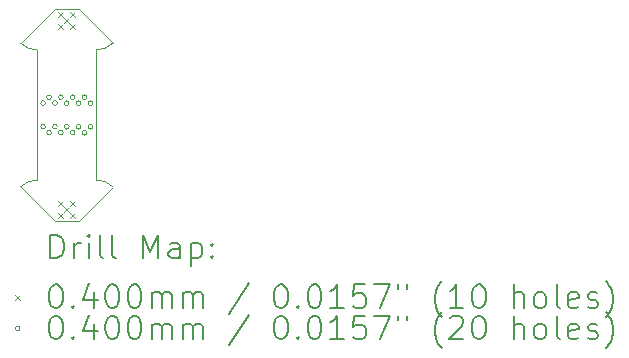
<source format=gbr>
%TF.GenerationSoftware,KiCad,Pcbnew,6.0.11+dfsg-1*%
%TF.CreationDate,2023-06-30T12:30:54+02:00*%
%TF.ProjectId,pcb-connector,7063622d-636f-46e6-9e65-63746f722e6b,2*%
%TF.SameCoordinates,Original*%
%TF.FileFunction,Drillmap*%
%TF.FilePolarity,Positive*%
%FSLAX45Y45*%
G04 Gerber Fmt 4.5, Leading zero omitted, Abs format (unit mm)*
G04 Created by KiCad (PCBNEW 6.0.11+dfsg-1) date 2023-06-30 12:30:54*
%MOMM*%
%LPD*%
G01*
G04 APERTURE LIST*
%ADD10C,0.100000*%
%ADD11C,0.200000*%
%ADD12C,0.040000*%
G04 APERTURE END LIST*
D10*
X15141421Y-8858579D02*
G75*
G03*
X15000000Y-8800000I-141421J-141421D01*
G01*
X15000000Y-7700000D02*
G75*
G03*
X15141421Y-7641421I0J200000D01*
G01*
X14500000Y-7950000D02*
X14500000Y-8550000D01*
X14650000Y-7350000D02*
X14358579Y-7641421D01*
X14850000Y-7350000D02*
X14650000Y-7350000D01*
X14358579Y-8858579D02*
X14650000Y-9150000D01*
X15000000Y-7700000D02*
X15000000Y-8800000D01*
X14500000Y-8550000D02*
X14500000Y-8800000D01*
X14500000Y-8800000D02*
G75*
G03*
X14358579Y-8858579I0J-200000D01*
G01*
X14850000Y-9150000D02*
X15141421Y-8858579D01*
X14500000Y-7700000D02*
X14500000Y-7950000D01*
X14650000Y-9150000D02*
X14850000Y-9150000D01*
X14358579Y-7641421D02*
G75*
G03*
X14500000Y-7700000I141421J141421D01*
G01*
X15141421Y-7641421D02*
X14850000Y-7350000D01*
D11*
D12*
X14680000Y-7380000D02*
X14720000Y-7420000D01*
X14720000Y-7380000D02*
X14680000Y-7420000D01*
X14680000Y-7480000D02*
X14720000Y-7520000D01*
X14720000Y-7480000D02*
X14680000Y-7520000D01*
X14680000Y-8980000D02*
X14720000Y-9020000D01*
X14720000Y-8980000D02*
X14680000Y-9020000D01*
X14680000Y-9080000D02*
X14720000Y-9120000D01*
X14720000Y-9080000D02*
X14680000Y-9120000D01*
X14730000Y-7430000D02*
X14770000Y-7470000D01*
X14770000Y-7430000D02*
X14730000Y-7470000D01*
X14730000Y-9030000D02*
X14770000Y-9070000D01*
X14770000Y-9030000D02*
X14730000Y-9070000D01*
X14780000Y-7380000D02*
X14820000Y-7420000D01*
X14820000Y-7380000D02*
X14780000Y-7420000D01*
X14780000Y-7480000D02*
X14820000Y-7520000D01*
X14820000Y-7480000D02*
X14780000Y-7520000D01*
X14780000Y-8980000D02*
X14820000Y-9020000D01*
X14820000Y-8980000D02*
X14780000Y-9020000D01*
X14780000Y-9080000D02*
X14820000Y-9120000D01*
X14820000Y-9080000D02*
X14780000Y-9120000D01*
X14570000Y-8150000D02*
G75*
G03*
X14570000Y-8150000I-20000J0D01*
G01*
X14570000Y-8350000D02*
G75*
G03*
X14570000Y-8350000I-20000J0D01*
G01*
X14620000Y-8100000D02*
G75*
G03*
X14620000Y-8100000I-20000J0D01*
G01*
X14620000Y-8400000D02*
G75*
G03*
X14620000Y-8400000I-20000J0D01*
G01*
X14670000Y-8150000D02*
G75*
G03*
X14670000Y-8150000I-20000J0D01*
G01*
X14670000Y-8350000D02*
G75*
G03*
X14670000Y-8350000I-20000J0D01*
G01*
X14720000Y-8100000D02*
G75*
G03*
X14720000Y-8100000I-20000J0D01*
G01*
X14720000Y-8400000D02*
G75*
G03*
X14720000Y-8400000I-20000J0D01*
G01*
X14770000Y-8150000D02*
G75*
G03*
X14770000Y-8150000I-20000J0D01*
G01*
X14770000Y-8150000D02*
G75*
G03*
X14770000Y-8150000I-20000J0D01*
G01*
X14770000Y-8350000D02*
G75*
G03*
X14770000Y-8350000I-20000J0D01*
G01*
X14770000Y-8350000D02*
G75*
G03*
X14770000Y-8350000I-20000J0D01*
G01*
X14820000Y-8100000D02*
G75*
G03*
X14820000Y-8100000I-20000J0D01*
G01*
X14820000Y-8400000D02*
G75*
G03*
X14820000Y-8400000I-20000J0D01*
G01*
X14870000Y-8150000D02*
G75*
G03*
X14870000Y-8150000I-20000J0D01*
G01*
X14870000Y-8350000D02*
G75*
G03*
X14870000Y-8350000I-20000J0D01*
G01*
X14920000Y-8100000D02*
G75*
G03*
X14920000Y-8100000I-20000J0D01*
G01*
X14920000Y-8400000D02*
G75*
G03*
X14920000Y-8400000I-20000J0D01*
G01*
X14970000Y-8150000D02*
G75*
G03*
X14970000Y-8150000I-20000J0D01*
G01*
X14970000Y-8350000D02*
G75*
G03*
X14970000Y-8350000I-20000J0D01*
G01*
D11*
X14611198Y-9465476D02*
X14611198Y-9265476D01*
X14658817Y-9265476D01*
X14687388Y-9275000D01*
X14706436Y-9294048D01*
X14715959Y-9313095D01*
X14725483Y-9351190D01*
X14725483Y-9379762D01*
X14715959Y-9417857D01*
X14706436Y-9436905D01*
X14687388Y-9455952D01*
X14658817Y-9465476D01*
X14611198Y-9465476D01*
X14811198Y-9465476D02*
X14811198Y-9332143D01*
X14811198Y-9370238D02*
X14820721Y-9351190D01*
X14830245Y-9341667D01*
X14849293Y-9332143D01*
X14868340Y-9332143D01*
X14935007Y-9465476D02*
X14935007Y-9332143D01*
X14935007Y-9265476D02*
X14925483Y-9275000D01*
X14935007Y-9284524D01*
X14944531Y-9275000D01*
X14935007Y-9265476D01*
X14935007Y-9284524D01*
X15058817Y-9465476D02*
X15039769Y-9455952D01*
X15030245Y-9436905D01*
X15030245Y-9265476D01*
X15163579Y-9465476D02*
X15144531Y-9455952D01*
X15135007Y-9436905D01*
X15135007Y-9265476D01*
X15392150Y-9465476D02*
X15392150Y-9265476D01*
X15458817Y-9408333D01*
X15525483Y-9265476D01*
X15525483Y-9465476D01*
X15706436Y-9465476D02*
X15706436Y-9360714D01*
X15696912Y-9341667D01*
X15677864Y-9332143D01*
X15639769Y-9332143D01*
X15620721Y-9341667D01*
X15706436Y-9455952D02*
X15687388Y-9465476D01*
X15639769Y-9465476D01*
X15620721Y-9455952D01*
X15611198Y-9436905D01*
X15611198Y-9417857D01*
X15620721Y-9398810D01*
X15639769Y-9389286D01*
X15687388Y-9389286D01*
X15706436Y-9379762D01*
X15801674Y-9332143D02*
X15801674Y-9532143D01*
X15801674Y-9341667D02*
X15820721Y-9332143D01*
X15858817Y-9332143D01*
X15877864Y-9341667D01*
X15887388Y-9351190D01*
X15896912Y-9370238D01*
X15896912Y-9427381D01*
X15887388Y-9446429D01*
X15877864Y-9455952D01*
X15858817Y-9465476D01*
X15820721Y-9465476D01*
X15801674Y-9455952D01*
X15982626Y-9446429D02*
X15992150Y-9455952D01*
X15982626Y-9465476D01*
X15973102Y-9455952D01*
X15982626Y-9446429D01*
X15982626Y-9465476D01*
X15982626Y-9341667D02*
X15992150Y-9351190D01*
X15982626Y-9360714D01*
X15973102Y-9351190D01*
X15982626Y-9341667D01*
X15982626Y-9360714D01*
D12*
X14313579Y-9775000D02*
X14353579Y-9815000D01*
X14353579Y-9775000D02*
X14313579Y-9815000D01*
D11*
X14649293Y-9685476D02*
X14668340Y-9685476D01*
X14687388Y-9695000D01*
X14696912Y-9704524D01*
X14706436Y-9723571D01*
X14715959Y-9761667D01*
X14715959Y-9809286D01*
X14706436Y-9847381D01*
X14696912Y-9866429D01*
X14687388Y-9875952D01*
X14668340Y-9885476D01*
X14649293Y-9885476D01*
X14630245Y-9875952D01*
X14620721Y-9866429D01*
X14611198Y-9847381D01*
X14601674Y-9809286D01*
X14601674Y-9761667D01*
X14611198Y-9723571D01*
X14620721Y-9704524D01*
X14630245Y-9695000D01*
X14649293Y-9685476D01*
X14801674Y-9866429D02*
X14811198Y-9875952D01*
X14801674Y-9885476D01*
X14792150Y-9875952D01*
X14801674Y-9866429D01*
X14801674Y-9885476D01*
X14982626Y-9752143D02*
X14982626Y-9885476D01*
X14935007Y-9675952D02*
X14887388Y-9818810D01*
X15011198Y-9818810D01*
X15125483Y-9685476D02*
X15144531Y-9685476D01*
X15163579Y-9695000D01*
X15173102Y-9704524D01*
X15182626Y-9723571D01*
X15192150Y-9761667D01*
X15192150Y-9809286D01*
X15182626Y-9847381D01*
X15173102Y-9866429D01*
X15163579Y-9875952D01*
X15144531Y-9885476D01*
X15125483Y-9885476D01*
X15106436Y-9875952D01*
X15096912Y-9866429D01*
X15087388Y-9847381D01*
X15077864Y-9809286D01*
X15077864Y-9761667D01*
X15087388Y-9723571D01*
X15096912Y-9704524D01*
X15106436Y-9695000D01*
X15125483Y-9685476D01*
X15315959Y-9685476D02*
X15335007Y-9685476D01*
X15354055Y-9695000D01*
X15363579Y-9704524D01*
X15373102Y-9723571D01*
X15382626Y-9761667D01*
X15382626Y-9809286D01*
X15373102Y-9847381D01*
X15363579Y-9866429D01*
X15354055Y-9875952D01*
X15335007Y-9885476D01*
X15315959Y-9885476D01*
X15296912Y-9875952D01*
X15287388Y-9866429D01*
X15277864Y-9847381D01*
X15268340Y-9809286D01*
X15268340Y-9761667D01*
X15277864Y-9723571D01*
X15287388Y-9704524D01*
X15296912Y-9695000D01*
X15315959Y-9685476D01*
X15468340Y-9885476D02*
X15468340Y-9752143D01*
X15468340Y-9771190D02*
X15477864Y-9761667D01*
X15496912Y-9752143D01*
X15525483Y-9752143D01*
X15544531Y-9761667D01*
X15554055Y-9780714D01*
X15554055Y-9885476D01*
X15554055Y-9780714D02*
X15563579Y-9761667D01*
X15582626Y-9752143D01*
X15611198Y-9752143D01*
X15630245Y-9761667D01*
X15639769Y-9780714D01*
X15639769Y-9885476D01*
X15735007Y-9885476D02*
X15735007Y-9752143D01*
X15735007Y-9771190D02*
X15744531Y-9761667D01*
X15763579Y-9752143D01*
X15792150Y-9752143D01*
X15811198Y-9761667D01*
X15820721Y-9780714D01*
X15820721Y-9885476D01*
X15820721Y-9780714D02*
X15830245Y-9761667D01*
X15849293Y-9752143D01*
X15877864Y-9752143D01*
X15896912Y-9761667D01*
X15906436Y-9780714D01*
X15906436Y-9885476D01*
X16296912Y-9675952D02*
X16125483Y-9933095D01*
X16554055Y-9685476D02*
X16573102Y-9685476D01*
X16592150Y-9695000D01*
X16601674Y-9704524D01*
X16611198Y-9723571D01*
X16620721Y-9761667D01*
X16620721Y-9809286D01*
X16611198Y-9847381D01*
X16601674Y-9866429D01*
X16592150Y-9875952D01*
X16573102Y-9885476D01*
X16554055Y-9885476D01*
X16535007Y-9875952D01*
X16525483Y-9866429D01*
X16515959Y-9847381D01*
X16506436Y-9809286D01*
X16506436Y-9761667D01*
X16515959Y-9723571D01*
X16525483Y-9704524D01*
X16535007Y-9695000D01*
X16554055Y-9685476D01*
X16706436Y-9866429D02*
X16715959Y-9875952D01*
X16706436Y-9885476D01*
X16696912Y-9875952D01*
X16706436Y-9866429D01*
X16706436Y-9885476D01*
X16839769Y-9685476D02*
X16858817Y-9685476D01*
X16877864Y-9695000D01*
X16887388Y-9704524D01*
X16896912Y-9723571D01*
X16906436Y-9761667D01*
X16906436Y-9809286D01*
X16896912Y-9847381D01*
X16887388Y-9866429D01*
X16877864Y-9875952D01*
X16858817Y-9885476D01*
X16839769Y-9885476D01*
X16820721Y-9875952D01*
X16811198Y-9866429D01*
X16801674Y-9847381D01*
X16792150Y-9809286D01*
X16792150Y-9761667D01*
X16801674Y-9723571D01*
X16811198Y-9704524D01*
X16820721Y-9695000D01*
X16839769Y-9685476D01*
X17096912Y-9885476D02*
X16982626Y-9885476D01*
X17039769Y-9885476D02*
X17039769Y-9685476D01*
X17020721Y-9714048D01*
X17001674Y-9733095D01*
X16982626Y-9742619D01*
X17277864Y-9685476D02*
X17182626Y-9685476D01*
X17173102Y-9780714D01*
X17182626Y-9771190D01*
X17201674Y-9761667D01*
X17249293Y-9761667D01*
X17268341Y-9771190D01*
X17277864Y-9780714D01*
X17287388Y-9799762D01*
X17287388Y-9847381D01*
X17277864Y-9866429D01*
X17268341Y-9875952D01*
X17249293Y-9885476D01*
X17201674Y-9885476D01*
X17182626Y-9875952D01*
X17173102Y-9866429D01*
X17354055Y-9685476D02*
X17487388Y-9685476D01*
X17401674Y-9885476D01*
X17554055Y-9685476D02*
X17554055Y-9723571D01*
X17630245Y-9685476D02*
X17630245Y-9723571D01*
X17925483Y-9961667D02*
X17915960Y-9952143D01*
X17896912Y-9923571D01*
X17887388Y-9904524D01*
X17877864Y-9875952D01*
X17868341Y-9828333D01*
X17868341Y-9790238D01*
X17877864Y-9742619D01*
X17887388Y-9714048D01*
X17896912Y-9695000D01*
X17915960Y-9666429D01*
X17925483Y-9656905D01*
X18106436Y-9885476D02*
X17992150Y-9885476D01*
X18049293Y-9885476D02*
X18049293Y-9685476D01*
X18030245Y-9714048D01*
X18011198Y-9733095D01*
X17992150Y-9742619D01*
X18230245Y-9685476D02*
X18249293Y-9685476D01*
X18268341Y-9695000D01*
X18277864Y-9704524D01*
X18287388Y-9723571D01*
X18296912Y-9761667D01*
X18296912Y-9809286D01*
X18287388Y-9847381D01*
X18277864Y-9866429D01*
X18268341Y-9875952D01*
X18249293Y-9885476D01*
X18230245Y-9885476D01*
X18211198Y-9875952D01*
X18201674Y-9866429D01*
X18192150Y-9847381D01*
X18182626Y-9809286D01*
X18182626Y-9761667D01*
X18192150Y-9723571D01*
X18201674Y-9704524D01*
X18211198Y-9695000D01*
X18230245Y-9685476D01*
X18535007Y-9885476D02*
X18535007Y-9685476D01*
X18620721Y-9885476D02*
X18620721Y-9780714D01*
X18611198Y-9761667D01*
X18592150Y-9752143D01*
X18563579Y-9752143D01*
X18544531Y-9761667D01*
X18535007Y-9771190D01*
X18744531Y-9885476D02*
X18725483Y-9875952D01*
X18715960Y-9866429D01*
X18706436Y-9847381D01*
X18706436Y-9790238D01*
X18715960Y-9771190D01*
X18725483Y-9761667D01*
X18744531Y-9752143D01*
X18773102Y-9752143D01*
X18792150Y-9761667D01*
X18801674Y-9771190D01*
X18811198Y-9790238D01*
X18811198Y-9847381D01*
X18801674Y-9866429D01*
X18792150Y-9875952D01*
X18773102Y-9885476D01*
X18744531Y-9885476D01*
X18925483Y-9885476D02*
X18906436Y-9875952D01*
X18896912Y-9856905D01*
X18896912Y-9685476D01*
X19077864Y-9875952D02*
X19058817Y-9885476D01*
X19020721Y-9885476D01*
X19001674Y-9875952D01*
X18992150Y-9856905D01*
X18992150Y-9780714D01*
X19001674Y-9761667D01*
X19020721Y-9752143D01*
X19058817Y-9752143D01*
X19077864Y-9761667D01*
X19087388Y-9780714D01*
X19087388Y-9799762D01*
X18992150Y-9818810D01*
X19163579Y-9875952D02*
X19182626Y-9885476D01*
X19220721Y-9885476D01*
X19239769Y-9875952D01*
X19249293Y-9856905D01*
X19249293Y-9847381D01*
X19239769Y-9828333D01*
X19220721Y-9818810D01*
X19192150Y-9818810D01*
X19173102Y-9809286D01*
X19163579Y-9790238D01*
X19163579Y-9780714D01*
X19173102Y-9761667D01*
X19192150Y-9752143D01*
X19220721Y-9752143D01*
X19239769Y-9761667D01*
X19315960Y-9961667D02*
X19325483Y-9952143D01*
X19344531Y-9923571D01*
X19354055Y-9904524D01*
X19363579Y-9875952D01*
X19373102Y-9828333D01*
X19373102Y-9790238D01*
X19363579Y-9742619D01*
X19354055Y-9714048D01*
X19344531Y-9695000D01*
X19325483Y-9666429D01*
X19315960Y-9656905D01*
D12*
X14353579Y-10059000D02*
G75*
G03*
X14353579Y-10059000I-20000J0D01*
G01*
D11*
X14649293Y-9949476D02*
X14668340Y-9949476D01*
X14687388Y-9959000D01*
X14696912Y-9968524D01*
X14706436Y-9987571D01*
X14715959Y-10025667D01*
X14715959Y-10073286D01*
X14706436Y-10111381D01*
X14696912Y-10130429D01*
X14687388Y-10139952D01*
X14668340Y-10149476D01*
X14649293Y-10149476D01*
X14630245Y-10139952D01*
X14620721Y-10130429D01*
X14611198Y-10111381D01*
X14601674Y-10073286D01*
X14601674Y-10025667D01*
X14611198Y-9987571D01*
X14620721Y-9968524D01*
X14630245Y-9959000D01*
X14649293Y-9949476D01*
X14801674Y-10130429D02*
X14811198Y-10139952D01*
X14801674Y-10149476D01*
X14792150Y-10139952D01*
X14801674Y-10130429D01*
X14801674Y-10149476D01*
X14982626Y-10016143D02*
X14982626Y-10149476D01*
X14935007Y-9939952D02*
X14887388Y-10082810D01*
X15011198Y-10082810D01*
X15125483Y-9949476D02*
X15144531Y-9949476D01*
X15163579Y-9959000D01*
X15173102Y-9968524D01*
X15182626Y-9987571D01*
X15192150Y-10025667D01*
X15192150Y-10073286D01*
X15182626Y-10111381D01*
X15173102Y-10130429D01*
X15163579Y-10139952D01*
X15144531Y-10149476D01*
X15125483Y-10149476D01*
X15106436Y-10139952D01*
X15096912Y-10130429D01*
X15087388Y-10111381D01*
X15077864Y-10073286D01*
X15077864Y-10025667D01*
X15087388Y-9987571D01*
X15096912Y-9968524D01*
X15106436Y-9959000D01*
X15125483Y-9949476D01*
X15315959Y-9949476D02*
X15335007Y-9949476D01*
X15354055Y-9959000D01*
X15363579Y-9968524D01*
X15373102Y-9987571D01*
X15382626Y-10025667D01*
X15382626Y-10073286D01*
X15373102Y-10111381D01*
X15363579Y-10130429D01*
X15354055Y-10139952D01*
X15335007Y-10149476D01*
X15315959Y-10149476D01*
X15296912Y-10139952D01*
X15287388Y-10130429D01*
X15277864Y-10111381D01*
X15268340Y-10073286D01*
X15268340Y-10025667D01*
X15277864Y-9987571D01*
X15287388Y-9968524D01*
X15296912Y-9959000D01*
X15315959Y-9949476D01*
X15468340Y-10149476D02*
X15468340Y-10016143D01*
X15468340Y-10035190D02*
X15477864Y-10025667D01*
X15496912Y-10016143D01*
X15525483Y-10016143D01*
X15544531Y-10025667D01*
X15554055Y-10044714D01*
X15554055Y-10149476D01*
X15554055Y-10044714D02*
X15563579Y-10025667D01*
X15582626Y-10016143D01*
X15611198Y-10016143D01*
X15630245Y-10025667D01*
X15639769Y-10044714D01*
X15639769Y-10149476D01*
X15735007Y-10149476D02*
X15735007Y-10016143D01*
X15735007Y-10035190D02*
X15744531Y-10025667D01*
X15763579Y-10016143D01*
X15792150Y-10016143D01*
X15811198Y-10025667D01*
X15820721Y-10044714D01*
X15820721Y-10149476D01*
X15820721Y-10044714D02*
X15830245Y-10025667D01*
X15849293Y-10016143D01*
X15877864Y-10016143D01*
X15896912Y-10025667D01*
X15906436Y-10044714D01*
X15906436Y-10149476D01*
X16296912Y-9939952D02*
X16125483Y-10197095D01*
X16554055Y-9949476D02*
X16573102Y-9949476D01*
X16592150Y-9959000D01*
X16601674Y-9968524D01*
X16611198Y-9987571D01*
X16620721Y-10025667D01*
X16620721Y-10073286D01*
X16611198Y-10111381D01*
X16601674Y-10130429D01*
X16592150Y-10139952D01*
X16573102Y-10149476D01*
X16554055Y-10149476D01*
X16535007Y-10139952D01*
X16525483Y-10130429D01*
X16515959Y-10111381D01*
X16506436Y-10073286D01*
X16506436Y-10025667D01*
X16515959Y-9987571D01*
X16525483Y-9968524D01*
X16535007Y-9959000D01*
X16554055Y-9949476D01*
X16706436Y-10130429D02*
X16715959Y-10139952D01*
X16706436Y-10149476D01*
X16696912Y-10139952D01*
X16706436Y-10130429D01*
X16706436Y-10149476D01*
X16839769Y-9949476D02*
X16858817Y-9949476D01*
X16877864Y-9959000D01*
X16887388Y-9968524D01*
X16896912Y-9987571D01*
X16906436Y-10025667D01*
X16906436Y-10073286D01*
X16896912Y-10111381D01*
X16887388Y-10130429D01*
X16877864Y-10139952D01*
X16858817Y-10149476D01*
X16839769Y-10149476D01*
X16820721Y-10139952D01*
X16811198Y-10130429D01*
X16801674Y-10111381D01*
X16792150Y-10073286D01*
X16792150Y-10025667D01*
X16801674Y-9987571D01*
X16811198Y-9968524D01*
X16820721Y-9959000D01*
X16839769Y-9949476D01*
X17096912Y-10149476D02*
X16982626Y-10149476D01*
X17039769Y-10149476D02*
X17039769Y-9949476D01*
X17020721Y-9978048D01*
X17001674Y-9997095D01*
X16982626Y-10006619D01*
X17277864Y-9949476D02*
X17182626Y-9949476D01*
X17173102Y-10044714D01*
X17182626Y-10035190D01*
X17201674Y-10025667D01*
X17249293Y-10025667D01*
X17268341Y-10035190D01*
X17277864Y-10044714D01*
X17287388Y-10063762D01*
X17287388Y-10111381D01*
X17277864Y-10130429D01*
X17268341Y-10139952D01*
X17249293Y-10149476D01*
X17201674Y-10149476D01*
X17182626Y-10139952D01*
X17173102Y-10130429D01*
X17354055Y-9949476D02*
X17487388Y-9949476D01*
X17401674Y-10149476D01*
X17554055Y-9949476D02*
X17554055Y-9987571D01*
X17630245Y-9949476D02*
X17630245Y-9987571D01*
X17925483Y-10225667D02*
X17915960Y-10216143D01*
X17896912Y-10187571D01*
X17887388Y-10168524D01*
X17877864Y-10139952D01*
X17868341Y-10092333D01*
X17868341Y-10054238D01*
X17877864Y-10006619D01*
X17887388Y-9978048D01*
X17896912Y-9959000D01*
X17915960Y-9930429D01*
X17925483Y-9920905D01*
X17992150Y-9968524D02*
X18001674Y-9959000D01*
X18020721Y-9949476D01*
X18068341Y-9949476D01*
X18087388Y-9959000D01*
X18096912Y-9968524D01*
X18106436Y-9987571D01*
X18106436Y-10006619D01*
X18096912Y-10035190D01*
X17982626Y-10149476D01*
X18106436Y-10149476D01*
X18230245Y-9949476D02*
X18249293Y-9949476D01*
X18268341Y-9959000D01*
X18277864Y-9968524D01*
X18287388Y-9987571D01*
X18296912Y-10025667D01*
X18296912Y-10073286D01*
X18287388Y-10111381D01*
X18277864Y-10130429D01*
X18268341Y-10139952D01*
X18249293Y-10149476D01*
X18230245Y-10149476D01*
X18211198Y-10139952D01*
X18201674Y-10130429D01*
X18192150Y-10111381D01*
X18182626Y-10073286D01*
X18182626Y-10025667D01*
X18192150Y-9987571D01*
X18201674Y-9968524D01*
X18211198Y-9959000D01*
X18230245Y-9949476D01*
X18535007Y-10149476D02*
X18535007Y-9949476D01*
X18620721Y-10149476D02*
X18620721Y-10044714D01*
X18611198Y-10025667D01*
X18592150Y-10016143D01*
X18563579Y-10016143D01*
X18544531Y-10025667D01*
X18535007Y-10035190D01*
X18744531Y-10149476D02*
X18725483Y-10139952D01*
X18715960Y-10130429D01*
X18706436Y-10111381D01*
X18706436Y-10054238D01*
X18715960Y-10035190D01*
X18725483Y-10025667D01*
X18744531Y-10016143D01*
X18773102Y-10016143D01*
X18792150Y-10025667D01*
X18801674Y-10035190D01*
X18811198Y-10054238D01*
X18811198Y-10111381D01*
X18801674Y-10130429D01*
X18792150Y-10139952D01*
X18773102Y-10149476D01*
X18744531Y-10149476D01*
X18925483Y-10149476D02*
X18906436Y-10139952D01*
X18896912Y-10120905D01*
X18896912Y-9949476D01*
X19077864Y-10139952D02*
X19058817Y-10149476D01*
X19020721Y-10149476D01*
X19001674Y-10139952D01*
X18992150Y-10120905D01*
X18992150Y-10044714D01*
X19001674Y-10025667D01*
X19020721Y-10016143D01*
X19058817Y-10016143D01*
X19077864Y-10025667D01*
X19087388Y-10044714D01*
X19087388Y-10063762D01*
X18992150Y-10082810D01*
X19163579Y-10139952D02*
X19182626Y-10149476D01*
X19220721Y-10149476D01*
X19239769Y-10139952D01*
X19249293Y-10120905D01*
X19249293Y-10111381D01*
X19239769Y-10092333D01*
X19220721Y-10082810D01*
X19192150Y-10082810D01*
X19173102Y-10073286D01*
X19163579Y-10054238D01*
X19163579Y-10044714D01*
X19173102Y-10025667D01*
X19192150Y-10016143D01*
X19220721Y-10016143D01*
X19239769Y-10025667D01*
X19315960Y-10225667D02*
X19325483Y-10216143D01*
X19344531Y-10187571D01*
X19354055Y-10168524D01*
X19363579Y-10139952D01*
X19373102Y-10092333D01*
X19373102Y-10054238D01*
X19363579Y-10006619D01*
X19354055Y-9978048D01*
X19344531Y-9959000D01*
X19325483Y-9930429D01*
X19315960Y-9920905D01*
M02*

</source>
